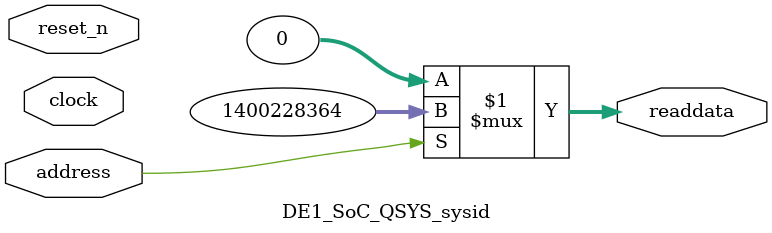
<source format=v>

`timescale 1ns / 1ps
// synthesis translate_on

// turn off superfluous verilog processor warnings 
// altera message_level Level1 
// altera message_off 10034 10035 10036 10037 10230 10240 10030 

module DE1_SoC_QSYS_sysid (
               // inputs:
                address,
                clock,
                reset_n,

               // outputs:
                readdata
             )
;

  output  [ 31: 0] readdata;
  input            address;
  input            clock;
  input            reset_n;

  wire    [ 31: 0] readdata;
  //control_slave, which is an e_avalon_slave
  assign readdata = address ? 1400228364 : 0;

endmodule




</source>
